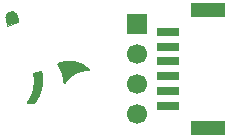
<source format=gbs>
G04*
G04 #@! TF.GenerationSoftware,Altium Limited,Altium Designer,21.6.1 (37)*
G04*
G04 Layer_Color=16711935*
%FSLAX44Y44*%
%MOMM*%
G71*
G04*
G04 #@! TF.SameCoordinates,433EC3A0-72F9-41F9-BABD-52A87CDF1033*
G04*
G04*
G04 #@! TF.FilePolarity,Negative*
G04*
G01*
G75*
%ADD12C,0.1270*%
%ADD38C,1.7000*%
%ADD39R,1.7000X1.7000*%
%ADD48C,0.0100*%
%ADD49R,1.9000X0.8000*%
%ADD50R,3.0000X1.2000*%
G36*
X828670Y480903D02*
X830182Y479452D01*
X831004Y477525D01*
Y476477D01*
X831004Y476474D01*
Y476476D01*
X831003Y476374D01*
X831004Y476474D01*
Y476464D01*
X831004Y476438D01*
X831003Y476413D01*
X831003Y476387D01*
X831003Y476374D01*
Y476374D01*
D01*
D01*
X830964Y472543D01*
X830964Y472543D01*
X830964Y472543D01*
X830964Y472534D01*
X830959Y472519D01*
X830949Y472505D01*
X830935Y472495D01*
X830928Y472492D01*
X830928D01*
X822095Y469529D01*
X822084Y469525D01*
X822061Y469528D01*
X822040Y469540D01*
X822027Y469559D01*
X822025Y469570D01*
X820831Y476008D01*
X820820Y476005D01*
X820796Y476009D01*
X820776Y476022D01*
X820764Y476043D01*
X820763Y476055D01*
X820676Y477100D01*
X821337Y479088D01*
X822725Y480658D01*
X824617Y481559D01*
X826711Y481645D01*
X828670Y480903D01*
D02*
G37*
G36*
X830964Y472543D02*
Y472543D01*
Y472543D01*
Y472543D01*
D02*
G37*
G36*
X877466Y439269D02*
X880986Y438583D01*
X884359Y437364D01*
X887503Y435641D01*
X890345Y433454D01*
X891581Y432155D01*
X890025Y432154D01*
X886929Y431846D01*
X883901Y431135D01*
X880992Y430034D01*
X878252Y428561D01*
X875728Y426742D01*
X873465Y424608D01*
X871501Y422196D01*
X870642Y420899D01*
X870642D01*
X870514Y423084D01*
X869773Y427395D01*
X868402Y431549D01*
X866431Y435454D01*
X865234Y437286D01*
Y437286D01*
X866867Y438026D01*
X870321Y438987D01*
X873883Y439404D01*
X877466Y439269D01*
D02*
G37*
G36*
X851031Y430578D02*
X851031D01*
X851398Y428889D01*
X851772Y425453D01*
X851785Y421996D01*
X851436Y418557D01*
X850730Y415173D01*
X849672Y411882D01*
X848277Y408719D01*
X846558Y405720D01*
X845546Y404319D01*
X844767Y404202D01*
X843202Y404024D01*
X841632Y403903D01*
X840058Y403840D01*
X839270Y403838D01*
X840234Y405192D01*
X841940Y408042D01*
X843337Y411056D01*
X844409Y414200D01*
X845144Y417440D01*
X845534Y420739D01*
X845574Y424061D01*
X845265Y427369D01*
X844980Y429006D01*
X845750Y429144D01*
X847280Y429472D01*
X848795Y429866D01*
X850291Y430325D01*
X851031Y430578D01*
X851031Y430578D01*
D02*
G37*
%LPC*%
G36*
X831004Y476477D02*
X831004Y476477D01*
Y476477D01*
Y476477D01*
Y476477D01*
Y476476D01*
X831004Y476477D01*
D02*
G37*
G36*
X830964Y472543D02*
Y472543D01*
Y472543D01*
Y472543D01*
Y472543D01*
Y472543D01*
D02*
G37*
%LPD*%
D12*
X839270Y403838D02*
G03*
X845546Y404319I-140J42999D01*
G01*
X844980Y429006D02*
G03*
X851031Y430578I-6035J35650D01*
G01*
X870642Y420899D02*
G03*
X865234Y437286I-29435J-628D01*
G01*
X839270Y403838D02*
G03*
X844980Y429006I-25186J18945D01*
G01*
X845546Y404319D02*
G03*
X851031Y430578I-26708J19282D01*
G01*
X891581Y432155D02*
G03*
X870642Y420899I-764J-23683D01*
G01*
X891581Y432155D02*
G03*
X865234Y437286I-16782J-15964D01*
G01*
D38*
X932180Y394970D02*
D03*
Y420370D02*
D03*
Y445770D02*
D03*
D39*
Y471170D02*
D03*
D48*
X830925Y475975D02*
G03*
X820816Y476060I-5051J502D01*
G01*
X822078Y469580D02*
X830910Y472543D01*
X820799Y476477D02*
X822078Y469580D01*
X830910Y472543D02*
X830950Y476477D01*
D49*
X958370Y464320D02*
D03*
Y451820D02*
D03*
Y401820D02*
D03*
Y414320D02*
D03*
Y426820D02*
D03*
Y439320D02*
D03*
D50*
X991870Y383320D02*
D03*
Y482820D02*
D03*
M02*

</source>
